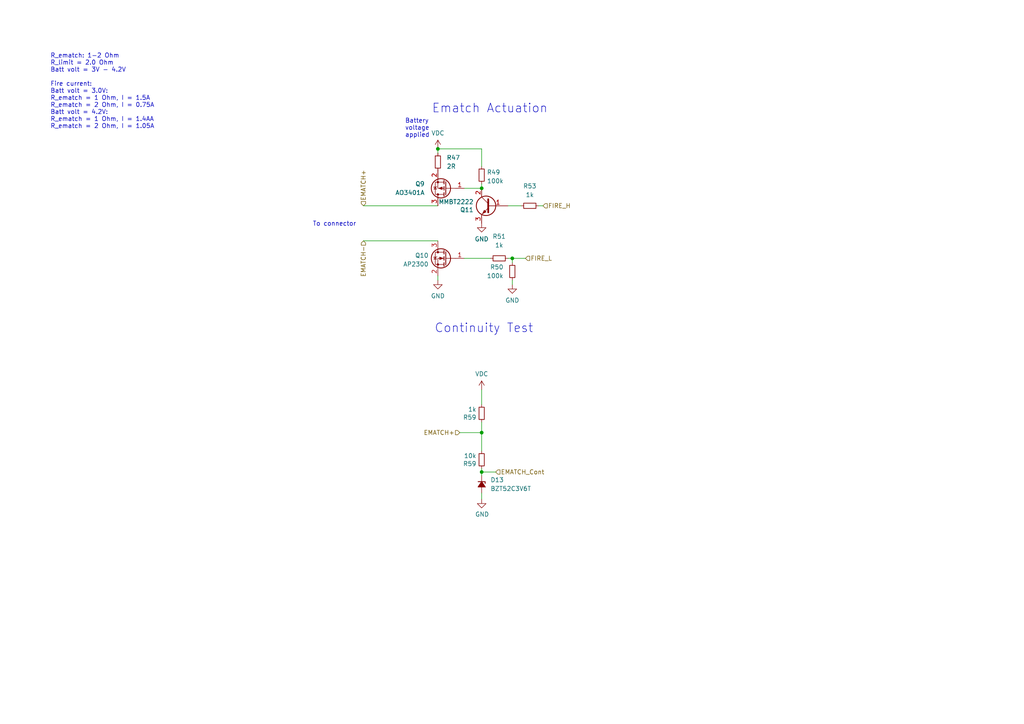
<source format=kicad_sch>
(kicad_sch (version 20230121) (generator eeschema)
  (paper "A4")
  (lib_symbols
    (symbol "Device:D_Zener_Small_Filled" (pin_numbers hide) (pin_names (offset 0.254) hide)
      (property "Reference" "D" (at 0 2.286 0))
      (property "Value" "D_Zener_Small_Filled" (at 0 -2.286 0))
      (symbol "D_Zener_Small_Filled_0_1"
        (polyline (pts (xy 0.762 0) (xy -0.762 0)))
        (polyline (pts (xy -0.254 1.016) (xy -0.762 1.016) (xy -0.762 -1.016)) (stroke (width 0.254)))
        (polyline (pts (xy 0.762 1.016) (xy -0.762 0) (xy 0.762 -1.016) (xy 0.762 1.016)) (stroke (width 0.254)) (fill (type outline)))
      )
      (symbol "D_Zener_Small_Filled_1_1"
        (pin passive line (at -2.54 0 0) (length 1.778) (name "K") (number "1"))
        (pin passive line (at 2.54 0 180) (length 1.778) (name "A") (number "2"))
      )
    )
    (symbol "Device:Q_NPN_BCE" (pin_names (offset 0) hide)
      (property "Reference" "Q" (at 5.08 1.27 0))
      (property "Value" "Q_NPN_BCE" (at 5.08 -1.27 0))
      (symbol "Q_NPN_BCE_0_1"
        (polyline (pts (xy 0.635 0.635) (xy 2.54 2.54)))
        (polyline (pts (xy 0.635 -0.635) (xy 2.54 -2.54) (xy 2.54 -2.54)))
        (polyline (pts (xy 0.635 1.905) (xy 0.635 -1.905) (xy 0.635 -1.905)) (stroke (width 0.508)))
        (polyline (pts (xy 1.27 -1.778) (xy 1.778 -1.27) (xy 2.286 -2.286) (xy 1.27 -1.778) (xy 1.27 -1.778)) (fill (type outline)))
        (circle (center 1.27 0) (radius 2.8194) (stroke (width 0.254)))
      )
      (symbol "Q_NPN_BCE_1_1"
        (pin input line (at -5.08 0 0) (length 5.715) (name "B") (number "1"))
        (pin passive line (at 2.54 5.08 270) (length 2.54) (name "C") (number "2"))
        (pin passive line (at 2.54 -5.08 90) (length 2.54) (name "E") (number "3"))
      )
    )
    (symbol "Device:R_Small" (pin_numbers hide) (pin_names (offset 0.254) hide)
      (property "Reference" "R" (at 0.762 0.508 0))
      (property "Value" "R_Small" (at 0.762 -1.016 0))
      (symbol "R_Small_0_1"
        (rectangle (start -0.762 1.778) (end 0.762 -1.778) (stroke (width 0.2032)))
      )
      (symbol "R_Small_1_1"
        (pin passive line (at 0 2.54 270) (length 0.762) (name "~") (number "1"))
        (pin passive line (at 0 -2.54 90) (length 0.762) (name "~") (number "2"))
      )
    )
    (symbol "Transistor_FET:2N7002E" (pin_names hide)
      (property "Reference" "Q" (at 5.08 1.905 0))
      (property "Value" "2N7002E" (at 5.08 0 0))
      (symbol "2N7002E_0_1"
        (polyline (pts (xy 0.254 0) (xy -2.54 0)))
        (polyline (pts (xy 0.254 1.905) (xy 0.254 -1.905)) (stroke (width 0.254)))
        (polyline (pts (xy 0.762 -1.27) (xy 0.762 -2.286)) (stroke (width 0.254)))
        (polyline (pts (xy 0.762 0.508) (xy 0.762 -0.508)) (stroke (width 0.254)))
        (polyline (pts (xy 0.762 2.286) (xy 0.762 1.27)) (stroke (width 0.254)))
        (polyline (pts (xy 2.54 2.54) (xy 2.54 1.778)))
        (polyline (pts (xy 2.54 -2.54) (xy 2.54 0) (xy 0.762 0)))
        (polyline (pts (xy 0.762 -1.778) (xy 3.302 -1.778) (xy 3.302 1.778) (xy 0.762 1.778)))
        (polyline (pts (xy 1.016 0) (xy 2.032 0.381) (xy 2.032 -0.381) (xy 1.016 0)) (fill (type outline)))
        (polyline (pts (xy 2.794 0.508) (xy 2.921 0.381) (xy 3.683 0.381) (xy 3.81 0.254)))
        (polyline (pts (xy 3.302 0.381) (xy 2.921 -0.254) (xy 3.683 -0.254) (xy 3.302 0.381)))
        (circle (center 1.651 0) (radius 2.794) (stroke (width 0.254)))
        (circle (center 2.54 -1.778) (radius 0.254) (fill (type outline)))
        (circle (center 2.54 1.778) (radius 0.254) (fill (type outline)))
      )
      (symbol "2N7002E_1_1"
        (pin input line (at -5.08 0 0) (length 2.54) (name "G") (number "1"))
        (pin passive line (at 2.54 -5.08 90) (length 2.54) (name "S") (number "2"))
        (pin passive line (at 2.54 5.08 270) (length 2.54) (name "D") (number "3"))
      )
    )
    (symbol "Transistor_FET:AO3401A" (pin_names hide)
      (property "Reference" "Q" (at 5.08 1.905 0))
      (property "Value" "AO3401A" (at 5.08 0 0))
      (symbol "AO3401A_0_1"
        (polyline (pts (xy 0.254 0) (xy -2.54 0)))
        (polyline (pts (xy 0.254 1.905) (xy 0.254 -1.905)) (stroke (width 0.254)))
        (polyline (pts (xy 0.762 -1.27) (xy 0.762 -2.286)) (stroke (width 0.254)))
        (polyline (pts (xy 0.762 0.508) (xy 0.762 -0.508)) (stroke (width 0.254)))
        (polyline (pts (xy 0.762 2.286) (xy 0.762 1.27)) (stroke (width 0.254)))
        (polyline (pts (xy 2.54 2.54) (xy 2.54 1.778)))
        (polyline (pts (xy 2.54 -2.54) (xy 2.54 0) (xy 0.762 0)))
        (polyline (pts (xy 0.762 1.778) (xy 3.302 1.778) (xy 3.302 -1.778) (xy 0.762 -1.778)))
        (polyline (pts (xy 2.286 0) (xy 1.27 0.381) (xy 1.27 -0.381) (xy 2.286 0)) (fill (type outline)))
        (polyline (pts (xy 2.794 -0.508) (xy 2.921 -0.381) (xy 3.683 -0.381) (xy 3.81 -0.254)))
        (polyline (pts (xy 3.302 -0.381) (xy 2.921 0.254) (xy 3.683 0.254) (xy 3.302 -0.381)))
        (circle (center 1.651 0) (radius 2.794) (stroke (width 0.254)))
        (circle (center 2.54 -1.778) (radius 0.254) (fill (type outline)))
        (circle (center 2.54 1.778) (radius 0.254) (fill (type outline)))
      )
      (symbol "AO3401A_1_1"
        (pin input line (at -5.08 0 0) (length 2.54) (name "G") (number "1"))
        (pin passive line (at 2.54 -5.08 90) (length 2.54) (name "S") (number "2"))
        (pin passive line (at 2.54 5.08 270) (length 2.54) (name "D") (number "3"))
      )
    )
    (symbol "power:GND" (power) (pin_names (offset 0))
      (property "Value" "GND" (at 0 -3.81 0))
      (symbol "GND_0_1"
        (polyline (pts (xy 0 0) (xy 0 -1.27) (xy 1.27 -1.27) (xy 0 -2.54) (xy -1.27 -1.27) (xy 0 -1.27)))
      )
      (symbol "GND_1_1"
        (pin power_in line (at 0 0 270) (length 0) hide (name "GND") (number "1"))
      )
    )
    (symbol "power:VDC" (power) (pin_names (offset 0))
      (property "Value" "VDC" (at 0 6.35 0))
      (symbol "VDC_0_1"
        (polyline (pts (xy -0.762 1.27) (xy 0 2.54)))
        (polyline (pts (xy 0 0) (xy 0 2.54)))
        (polyline (pts (xy 0 2.54) (xy 0.762 1.27)))
      )
      (symbol "VDC_1_1"
        (pin power_in line (at 0 0 90) (length 0) hide (name "VDC") (number "1"))
      )
    )
  )
  (junction (at 139.7 125.476))
  (junction (at 127 43.18))
  (junction (at 148.59 74.93))
  (junction (at 139.7 136.906))
  (junction (at 139.7 54.61))
  (wire (pts (xy 139.7 136.906) (xy 143.764 136.906)))
  (wire (pts (xy 147.32 59.69) (xy 151.13 59.69)))
  (wire (pts (xy 105.41 59.69) (xy 127 59.69)))
  (wire (pts (xy 139.7 43.18) (xy 139.7 48.26)))
  (wire (pts (xy 105.41 69.85) (xy 127 69.85)))
  (wire (pts (xy 139.7 135.89) (xy 139.7 136.906)))
  (wire (pts (xy 127 43.18) (xy 127 44.45)))
  (wire (pts (xy 139.7 143.002) (xy 139.7 144.78)))
  (wire (pts (xy 134.62 74.93) (xy 142.24 74.93)))
  (wire (pts (xy 127 80.01) (xy 127 81.28)))
  (wire (pts (xy 139.7 122.428) (xy 139.7 125.476)))
  (wire (pts (xy 148.59 81.28) (xy 148.59 82.55)))
  (wire (pts (xy 139.7 125.476) (xy 139.7 130.81)))
  (wire (pts (xy 127 43.18) (xy 139.7 43.18)))
  (wire (pts (xy 147.32 74.93) (xy 148.59 74.93)))
  (wire (pts (xy 139.7 113.03) (xy 139.7 117.348)))
  (wire (pts (xy 139.7 53.34) (xy 139.7 54.61)))
  (wire (pts (xy 156.21 59.69) (xy 157.48 59.69)))
  (wire (pts (xy 133.35 125.476) (xy 139.7 125.476)))
  (wire (pts (xy 148.59 74.93) (xy 152.4 74.93)))
  (wire (pts (xy 134.62 54.61) (xy 139.7 54.61)))
  (wire (pts (xy 148.59 74.93) (xy 148.59 76.2)))
  (wire (pts (xy 139.7 136.906) (xy 139.7 137.922)))
  (text "Continuity Test" (at 125.984 96.774 0) (effects (font (size 2.54 2.54)) (justify left bottom)))
  (text "Battery \nvoltage \napplied" (at 117.475 40.005 0) (effects (font (size 1.27 1.27)) (justify left bottom)))
  (text "R_ematch: 1-2 Ohm\nR_limit = 2.0 Ohm\nBatt volt = 3V - 4.2V\n\nFire current:\nBatt volt = 3.0V: \nR_ematch = 1 Ohm, I = 1.5A\nR_ematch = 2 Ohm, I = 0.75A\nBatt volt = 4.2V:\nR_ematch = 1 Ohm, I = 1.4AA\nR_ematch = 2 Ohm, I = 1.05A\n" (at 14.605 37.465 0) (effects (font (size 1.27 1.27)) (justify left bottom)))
  (text "To connector" (at 90.678 65.786 0) (effects (font (size 1.27 1.27)) (justify left bottom)))
  (text "Ematch Actuation" (at 125.222 33.02 0) (effects (font (size 2.54 2.54)) (justify left bottom)))
  (hierarchical_label "FIRE_H" (shape input) (at 157.48 59.69 0))
  (hierarchical_label "EMATCH+" (shape input) (at 133.35 125.476 180))
  (hierarchical_label "EMATCH_Cont" (shape input) (at 143.764 136.906 0))
  (hierarchical_label "EMATCH-" (shape input) (at 105.41 69.85 270))
  (hierarchical_label "EMATCH+" (shape input) (at 105.41 59.69 90))
  (hierarchical_label "FIRE_L" (shape input) (at 152.4 74.93 0))
  (symbol (lib_id "power:GND") (at 148.59 82.55 0) (unit 1)
    (property "Reference" "#PWR0192" (effects hide))
    (property "Value" "GND" (at 148.59 87.1126 0))
    (instances (project "Strelka_Flight_Computer" (path "" (reference "#PWR0192") (unit 1)) (path "" (reference "#PWR0160") (unit 1))))
  )
  (symbol (lib_id "power:VDC") (at 139.7 113.03 0) (unit 1)
    (property "Reference" "#PWR0216" (effects hide))
    (property "Value" "VDC" (at 139.7 108.458 0))
    (instances (project "Strelka_Flight_Computer" (path "" (reference "#PWR0216") (unit 1)) (path "" (reference "#PWR045") (unit 1)) (path "" (reference "#PWR047") (unit 1))))
  )
  (symbol (lib_id "Transistor_FET:2N7002E") (at 129.54 74.93 0) (mirror y) (unit 1)
    (property "Reference" "Q10" (at 124.3331 74.0953 0) (effects (justify left)))
    (property "Value" "AP2300" (at 124.3331 76.6322 0) (effects (justify left)))
    (property "Footprint" "Package_TO_SOT_SMD:SOT-23" (effects hide))
    (property "Datasheet" "https://datasheet.lcsc.com/lcsc/1912111437_ALLPOWER-ShenZhen-Quan-Li-Semiconductor-AP2300_C360338.pdf" (effects hide))
    (property "LCSC#" "C360338" (effects hide))
    (instances (project "Strelka_Flight_Computer" (path "" (reference "Q10") (unit 1)) (path "" (reference "Q5") (unit 1))))
  )
  (symbol (lib_id "power:VDC") (at 127 43.18 0) (unit 1)
    (property "Reference" "#PWR0191" (effects hide))
    (property "Value" "VDC" (at 127 38.608 0))
    (instances (project "Strelka_Flight_Computer" (path "" (reference "#PWR0191") (unit 1)) (path "" (reference "#PWR0159") (unit 1))))
  )
  (symbol (lib_id "Device:D_Zener_Small_Filled") (at 139.7 140.462 270) (unit 1)
    (property "Reference" "D13" (at 142.24 139.1919 90) (effects (justify left)))
    (property "Value" "BZT52C3V6T" (at 142.24 141.7319 90) (effects (justify left)))
    (property "Footprint" "Diode_SMD:D_SOD-523" (effects hide))
    (property "Datasheet" "https://datasheet.lcsc.com/lcsc/2108150230_MDD-Microdiode-Electronics--BZT52C3V6T_C2858499.pdf" (effects hide))
    (property "LCSC#" "C2858499" (effects hide))
    (instances (project "Strelka_Flight_Computer" (path "" (reference "D13") (unit 1)) (path "" (reference "D3") (unit 1)) (path "" (reference "D5") (unit 1))))
  )
  (symbol (lib_id "Device:R_Small") (at 144.78 74.93 270) (mirror x) (unit 1)
    (property "Reference" "R51" (at 144.78 68.58 90))
    (property "Value" "1k" (at 144.78 71.12 90))
    (property "Footprint" "Resistor_SMD:R_0603_1608Metric" (effects hide))
    (instances (project "Strelka_Flight_Computer" (path "" (reference "R51") (unit 1)) (path "" (reference "R31") (unit 1))))
  )
  (symbol (lib_id "power:GND") (at 139.7 144.78 0) (unit 1)
    (property "Reference" "#PWR0215" (effects hide))
    (property "Value" "GND" (at 139.827 149.1742 0))
    (instances (project "Strelka_Flight_Computer" (path "" (reference "#PWR0215") (unit 1)) (path "" (reference "#PWR046") (unit 1)) (path "" (reference "#PWR048") (unit 1))))
  )
  (symbol (lib_id "Transistor_FET:AO3401A") (at 129.54 54.61 180) (unit 1)
    (property "Reference" "Q9" (at 123.19 53.3399 0) (effects (justify left)))
    (property "Value" "AO3401A" (at 123.19 55.8799 0) (effects (justify left)))
    (property "Footprint" "Package_TO_SOT_SMD:SOT-23" (effects hide))
    (property "Datasheet" "http://www.aosmd.com/pdfs/datasheet/AO3401A.pdf" (effects hide))
    (property "LCSC#" "C347476" (effects hide))
    (instances (project "Strelka_Flight_Computer" (path "" (reference "Q9") (unit 1)) (path "" (reference "Q4") (unit 1))))
  )
  (symbol (lib_id "Device:R_Small") (at 139.7 50.8 180) (unit 1)
    (property "Reference" "R49" (at 141.1986 49.9653 0) (effects (justify right)))
    (property "Value" "100k" (at 141.1986 52.5022 0) (effects (justify right)))
    (property "Footprint" "Resistor_SMD:R_0603_1608Metric" (effects hide))
    (instances (project "Strelka_Flight_Computer" (path "" (reference "R49") (unit 1)) (path "" (reference "R29") (unit 1))))
  )
  (symbol (lib_id "Device:R_Small") (at 153.67 59.69 90) (unit 1)
    (property "Reference" "R53" (at 153.67 53.975 90))
    (property "Value" "1k" (at 153.67 56.515 90))
    (property "Footprint" "Resistor_SMD:R_0603_1608Metric" (effects hide))
    (instances (project "Strelka_Flight_Computer" (path "" (reference "R53") (unit 1)) (path "" (reference "R33") (unit 1))))
  )
  (symbol (lib_id "Device:R_Small") (at 148.59 78.74 0) (mirror x) (unit 1)
    (property "Reference" "R50" (at 146.05 77.4699 0) (effects (justify right)))
    (property "Value" "100k" (at 146.05 80.0099 0) (effects (justify right)))
    (property "Footprint" "Resistor_SMD:R_0603_1608Metric" (effects hide))
    (instances (project "Strelka_Flight_Computer" (path "" (reference "R50") (unit 1)) (path "" (reference "R30") (unit 1))))
  )
  (symbol (lib_id "Device:R_Small") (at 139.7 119.888 180) (unit 1)
    (property "Reference" "R59" (at 138.2014 121.0564 0) (effects (justify left)))
    (property "Value" "1k" (at 138.2014 118.745 0) (effects (justify left)))
    (property "Footprint" "Resistor_SMD:R_0603_1608Metric" (effects hide))
    (property "LCSC#" "C137796" (effects hide))
    (instances (project "Strelka_Flight_Computer" (path "" (reference "R59") (unit 1)) (path "" (reference "R21") (unit 1)) (path "" (reference "R24") (unit 1))))
  )
  (symbol (lib_id "power:GND") (at 127 81.28 0) (unit 1)
    (property "Reference" "#PWR0190" (effects hide))
    (property "Value" "GND" (at 127 85.8426 0))
    (instances (project "Strelka_Flight_Computer" (path "" (reference "#PWR0190") (unit 1)) (path "" (reference "#PWR0158") (unit 1))))
  )
  (symbol (lib_id "power:GND") (at 139.7 64.77 0) (unit 1)
    (property "Reference" "#PWR0189" (effects hide))
    (property "Value" "GND" (at 139.7 69.3326 0))
    (instances (project "Strelka_Flight_Computer" (path "" (reference "#PWR0189") (unit 1)) (path "" (reference "#PWR0146") (unit 1))))
  )
  (symbol (lib_id "Device:R_Small") (at 139.7 133.35 180) (unit 1)
    (property "Reference" "R59" (at 138.2014 134.5184 0) (effects (justify left)))
    (property "Value" "10k" (at 138.2014 132.207 0) (effects (justify left)))
    (property "Footprint" "Resistor_SMD:R_0603_1608Metric" (effects hide))
    (instances (project "Strelka_Flight_Computer" (path "" (reference "R59") (unit 1)) (path "" (reference "R14") (unit 1)) (path "" (reference "R15") (unit 1))))
  )
  (symbol (lib_id "Device:Q_NPN_BCE") (at 142.24 59.69 0) (mirror y) (unit 1)
    (property "Reference" "Q11" (at 137.3886 60.8584 0) (effects (justify left)))
    (property "Value" "MMBT2222" (at 137.3886 58.547 0) (effects (justify left)))
    (property "Footprint" "Package_TO_SOT_SMD:SOT-23" (effects hide))
    (property "Datasheet" "chrome-extension://efaidnbmnnnibpcajpcglclefindmkaj/https://www.onsemi.com/pdf/datasheet/mmbt2222lt1-d.pdf" (effects hide))
    (property "LCSC#" "C8512" (effects hide))
    (instances (project "Strelka_Flight_Computer" (path "" (reference "Q11") (unit 1)) (path "" (reference "Q6") (unit 1))))
  )
  (symbol (lib_id "Device:R_Small") (at 127 46.99 0) (unit 1)
    (property "Reference" "R47" (at 129.54 45.7199 0) (effects (justify left)))
    (property "Value" "2R" (at 129.54 48.2599 0) (effects (justify left)))
    (property "Footprint" "Resistor_SMD:R_2512_6332Metric" (effects hide))
    (property "Datasheet" "https://lcsc.com/product-detail/Chip-span-style-background-color-ff0-Resistor-span-Surface-Mount_UNI-ROYAL-Uniroyal-Elec-HP122WF200KT4E_C91926.html" (effects hide))
    (property "LCSC#" "C91926" (effects hide))
    (instances (project "Strelka_Flight_Computer" (path "" (reference "R47") (unit 1)) (path "" (reference "R27") (unit 1))))
  )
)
</source>
